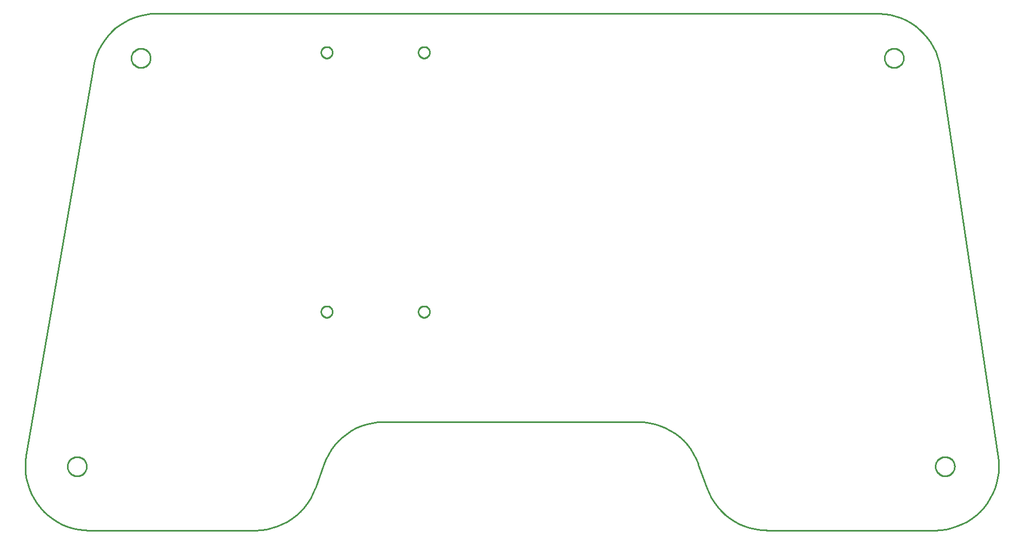
<source format=gbr>
G04 EAGLE Gerber RS-274X export*
G75*
%MOMM*%
%FSLAX34Y34*%
%LPD*%
%IN*%
%IPPOS*%
%AMOC8*
5,1,8,0,0,1.08239X$1,22.5*%
G01*
%ADD10C,0.254000*%


D10*
X20228Y117031D02*
X19118Y108378D01*
X18767Y99662D01*
X19177Y90947D01*
X20345Y82302D01*
X22262Y73791D01*
X24914Y65480D01*
X28279Y57432D01*
X32334Y49707D01*
X37046Y42365D01*
X42380Y35462D01*
X48296Y29050D01*
X54747Y23178D01*
X61687Y17891D01*
X69060Y13229D01*
X76812Y9227D01*
X84883Y5916D01*
X93212Y3320D01*
X101735Y1461D01*
X110388Y352D01*
X118767Y0D01*
X379249Y0D01*
X387964Y381D01*
X396613Y1519D01*
X405130Y3407D01*
X413451Y6031D01*
X421510Y9369D01*
X429248Y13397D01*
X436606Y18085D01*
X443527Y23396D01*
X449959Y29289D01*
X455853Y35721D01*
X461164Y42642D01*
X465851Y50000D01*
X469879Y57738D01*
X473218Y65798D01*
X473548Y66718D01*
X486452Y103282D01*
X489712Y111374D01*
X493664Y119151D01*
X498280Y126554D01*
X503523Y133527D01*
X509353Y140016D01*
X515727Y145973D01*
X522596Y151351D01*
X529908Y156110D01*
X537606Y160213D01*
X545633Y163631D01*
X553927Y166335D01*
X562425Y168306D01*
X571063Y169530D01*
X579774Y169995D01*
X580752Y170000D01*
X979249Y170000D01*
X987964Y169619D01*
X996613Y168481D01*
X1005130Y166593D01*
X1013451Y163969D01*
X1021510Y160631D01*
X1029249Y156603D01*
X1036606Y151915D01*
X1043527Y146604D01*
X1049959Y140711D01*
X1055853Y134279D01*
X1061164Y127358D01*
X1065851Y120000D01*
X1069879Y112262D01*
X1073218Y104202D01*
X1073548Y103282D01*
X1086452Y66718D01*
X1089712Y58626D01*
X1093664Y50849D01*
X1098280Y43446D01*
X1103523Y36473D01*
X1109353Y29984D01*
X1115727Y24027D01*
X1122596Y18649D01*
X1129908Y13890D01*
X1137606Y9787D01*
X1145633Y6369D01*
X1153927Y3665D01*
X1162425Y1694D01*
X1171063Y470D01*
X1179774Y5D01*
X1180752Y0D01*
X1444094Y0D01*
X1452809Y381D01*
X1461459Y1519D01*
X1469976Y3407D01*
X1478296Y6031D01*
X1486356Y9369D01*
X1494094Y13397D01*
X1501451Y18085D01*
X1508372Y23396D01*
X1514804Y29289D01*
X1520698Y35721D01*
X1526009Y42642D01*
X1530696Y50000D01*
X1534724Y57738D01*
X1538063Y65798D01*
X1540686Y74118D01*
X1542574Y82635D01*
X1543713Y91284D01*
X1544094Y100000D01*
X1543713Y108716D01*
X1543014Y114655D01*
X1452644Y724655D01*
X1450990Y733221D01*
X1448596Y741610D01*
X1445480Y749758D01*
X1441666Y757604D01*
X1437182Y765087D01*
X1432063Y772152D01*
X1426348Y778743D01*
X1420081Y784811D01*
X1413308Y790310D01*
X1406082Y795197D01*
X1398457Y799437D01*
X1390492Y802995D01*
X1382247Y805846D01*
X1373785Y807967D01*
X1365170Y809343D01*
X1356468Y809962D01*
X1353723Y810000D01*
X224199Y810000D01*
X215483Y809619D01*
X206834Y808481D01*
X198317Y806593D01*
X189997Y803969D01*
X181937Y800631D01*
X174199Y796603D01*
X166841Y791915D01*
X159920Y786604D01*
X153488Y780711D01*
X147594Y774279D01*
X142284Y767358D01*
X137596Y760000D01*
X133568Y752262D01*
X130229Y744202D01*
X127606Y735882D01*
X125718Y727365D01*
X125660Y727031D01*
X20228Y117031D01*
X215000Y739464D02*
X214924Y738396D01*
X214771Y737335D01*
X214543Y736288D01*
X214241Y735260D01*
X213867Y734256D01*
X213422Y733281D01*
X212908Y732341D01*
X212329Y731440D01*
X211687Y730582D01*
X210985Y729772D01*
X210228Y729015D01*
X209418Y728313D01*
X208560Y727671D01*
X207659Y727092D01*
X206719Y726578D01*
X205744Y726133D01*
X204740Y725759D01*
X203712Y725457D01*
X202665Y725229D01*
X201604Y725076D01*
X200536Y725000D01*
X199464Y725000D01*
X198396Y725076D01*
X197335Y725229D01*
X196288Y725457D01*
X195260Y725759D01*
X194256Y726133D01*
X193281Y726578D01*
X192341Y727092D01*
X191440Y727671D01*
X190582Y728313D01*
X189772Y729015D01*
X189015Y729772D01*
X188313Y730582D01*
X187671Y731440D01*
X187092Y732341D01*
X186578Y733281D01*
X186133Y734256D01*
X185759Y735260D01*
X185457Y736288D01*
X185229Y737335D01*
X185076Y738396D01*
X185000Y739464D01*
X185000Y740536D01*
X185076Y741604D01*
X185229Y742665D01*
X185457Y743712D01*
X185759Y744740D01*
X186133Y745744D01*
X186578Y746719D01*
X187092Y747659D01*
X187671Y748560D01*
X188313Y749418D01*
X189015Y750228D01*
X189772Y750985D01*
X190582Y751687D01*
X191440Y752329D01*
X192341Y752908D01*
X193281Y753422D01*
X194256Y753867D01*
X195260Y754241D01*
X196288Y754543D01*
X197335Y754771D01*
X198396Y754924D01*
X199464Y755000D01*
X200536Y755000D01*
X201604Y754924D01*
X202665Y754771D01*
X203712Y754543D01*
X204740Y754241D01*
X205744Y753867D01*
X206719Y753422D01*
X207659Y752908D01*
X208560Y752329D01*
X209418Y751687D01*
X210228Y750985D01*
X210985Y750228D01*
X211687Y749418D01*
X212329Y748560D01*
X212908Y747659D01*
X213422Y746719D01*
X213867Y745744D01*
X214241Y744740D01*
X214543Y743712D01*
X214771Y742665D01*
X214924Y741604D01*
X215000Y740536D01*
X215000Y739464D01*
X1395000Y739464D02*
X1394924Y738396D01*
X1394771Y737335D01*
X1394543Y736288D01*
X1394241Y735260D01*
X1393867Y734256D01*
X1393422Y733281D01*
X1392908Y732341D01*
X1392329Y731440D01*
X1391687Y730582D01*
X1390985Y729772D01*
X1390228Y729015D01*
X1389418Y728313D01*
X1388560Y727671D01*
X1387659Y727092D01*
X1386719Y726578D01*
X1385744Y726133D01*
X1384740Y725759D01*
X1383712Y725457D01*
X1382665Y725229D01*
X1381604Y725076D01*
X1380536Y725000D01*
X1379464Y725000D01*
X1378396Y725076D01*
X1377335Y725229D01*
X1376288Y725457D01*
X1375260Y725759D01*
X1374256Y726133D01*
X1373281Y726578D01*
X1372341Y727092D01*
X1371440Y727671D01*
X1370582Y728313D01*
X1369772Y729015D01*
X1369015Y729772D01*
X1368313Y730582D01*
X1367671Y731440D01*
X1367092Y732341D01*
X1366578Y733281D01*
X1366133Y734256D01*
X1365759Y735260D01*
X1365457Y736288D01*
X1365229Y737335D01*
X1365076Y738396D01*
X1365000Y739464D01*
X1365000Y740536D01*
X1365076Y741604D01*
X1365229Y742665D01*
X1365457Y743712D01*
X1365759Y744740D01*
X1366133Y745744D01*
X1366578Y746719D01*
X1367092Y747659D01*
X1367671Y748560D01*
X1368313Y749418D01*
X1369015Y750228D01*
X1369772Y750985D01*
X1370582Y751687D01*
X1371440Y752329D01*
X1372341Y752908D01*
X1373281Y753422D01*
X1374256Y753867D01*
X1375260Y754241D01*
X1376288Y754543D01*
X1377335Y754771D01*
X1378396Y754924D01*
X1379464Y755000D01*
X1380536Y755000D01*
X1381604Y754924D01*
X1382665Y754771D01*
X1383712Y754543D01*
X1384740Y754241D01*
X1385744Y753867D01*
X1386719Y753422D01*
X1387659Y752908D01*
X1388560Y752329D01*
X1389418Y751687D01*
X1390228Y750985D01*
X1390985Y750228D01*
X1391687Y749418D01*
X1392329Y748560D01*
X1392908Y747659D01*
X1393422Y746719D01*
X1393867Y745744D01*
X1394241Y744740D01*
X1394543Y743712D01*
X1394771Y742665D01*
X1394924Y741604D01*
X1395000Y740536D01*
X1395000Y739464D01*
X115000Y99464D02*
X114924Y98396D01*
X114771Y97335D01*
X114543Y96288D01*
X114241Y95260D01*
X113867Y94256D01*
X113422Y93281D01*
X112908Y92341D01*
X112329Y91440D01*
X111687Y90582D01*
X110985Y89772D01*
X110228Y89015D01*
X109418Y88313D01*
X108560Y87671D01*
X107659Y87092D01*
X106719Y86578D01*
X105744Y86133D01*
X104740Y85759D01*
X103712Y85457D01*
X102665Y85229D01*
X101604Y85076D01*
X100536Y85000D01*
X99464Y85000D01*
X98396Y85076D01*
X97335Y85229D01*
X96288Y85457D01*
X95260Y85759D01*
X94256Y86133D01*
X93281Y86578D01*
X92341Y87092D01*
X91440Y87671D01*
X90582Y88313D01*
X89772Y89015D01*
X89015Y89772D01*
X88313Y90582D01*
X87671Y91440D01*
X87092Y92341D01*
X86578Y93281D01*
X86133Y94256D01*
X85759Y95260D01*
X85457Y96288D01*
X85229Y97335D01*
X85076Y98396D01*
X85000Y99464D01*
X85000Y100536D01*
X85076Y101604D01*
X85229Y102665D01*
X85457Y103712D01*
X85759Y104740D01*
X86133Y105744D01*
X86578Y106719D01*
X87092Y107659D01*
X87671Y108560D01*
X88313Y109418D01*
X89015Y110228D01*
X89772Y110985D01*
X90582Y111687D01*
X91440Y112329D01*
X92341Y112908D01*
X93281Y113422D01*
X94256Y113867D01*
X95260Y114241D01*
X96288Y114543D01*
X97335Y114771D01*
X98396Y114924D01*
X99464Y115000D01*
X100536Y115000D01*
X101604Y114924D01*
X102665Y114771D01*
X103712Y114543D01*
X104740Y114241D01*
X105744Y113867D01*
X106719Y113422D01*
X107659Y112908D01*
X108560Y112329D01*
X109418Y111687D01*
X110228Y110985D01*
X110985Y110228D01*
X111687Y109418D01*
X112329Y108560D01*
X112908Y107659D01*
X113422Y106719D01*
X113867Y105744D01*
X114241Y104740D01*
X114543Y103712D01*
X114771Y102665D01*
X114924Y101604D01*
X115000Y100536D01*
X115000Y99464D01*
X1475000Y99464D02*
X1474924Y98396D01*
X1474771Y97335D01*
X1474543Y96288D01*
X1474241Y95260D01*
X1473867Y94256D01*
X1473422Y93281D01*
X1472908Y92341D01*
X1472329Y91440D01*
X1471687Y90582D01*
X1470985Y89772D01*
X1470228Y89015D01*
X1469418Y88313D01*
X1468560Y87671D01*
X1467659Y87092D01*
X1466719Y86578D01*
X1465744Y86133D01*
X1464740Y85759D01*
X1463712Y85457D01*
X1462665Y85229D01*
X1461604Y85076D01*
X1460536Y85000D01*
X1459464Y85000D01*
X1458396Y85076D01*
X1457335Y85229D01*
X1456288Y85457D01*
X1455260Y85759D01*
X1454256Y86133D01*
X1453281Y86578D01*
X1452341Y87092D01*
X1451440Y87671D01*
X1450582Y88313D01*
X1449772Y89015D01*
X1449015Y89772D01*
X1448313Y90582D01*
X1447671Y91440D01*
X1447092Y92341D01*
X1446578Y93281D01*
X1446133Y94256D01*
X1445759Y95260D01*
X1445457Y96288D01*
X1445229Y97335D01*
X1445076Y98396D01*
X1445000Y99464D01*
X1445000Y100536D01*
X1445076Y101604D01*
X1445229Y102665D01*
X1445457Y103712D01*
X1445759Y104740D01*
X1446133Y105744D01*
X1446578Y106719D01*
X1447092Y107659D01*
X1447671Y108560D01*
X1448313Y109418D01*
X1449015Y110228D01*
X1449772Y110985D01*
X1450582Y111687D01*
X1451440Y112329D01*
X1452341Y112908D01*
X1453281Y113422D01*
X1454256Y113867D01*
X1455260Y114241D01*
X1456288Y114543D01*
X1457335Y114771D01*
X1458396Y114924D01*
X1459464Y115000D01*
X1460536Y115000D01*
X1461604Y114924D01*
X1462665Y114771D01*
X1463712Y114543D01*
X1464740Y114241D01*
X1465744Y113867D01*
X1466719Y113422D01*
X1467659Y112908D01*
X1468560Y112329D01*
X1469418Y111687D01*
X1470228Y110985D01*
X1470985Y110228D01*
X1471687Y109418D01*
X1472329Y108560D01*
X1472908Y107659D01*
X1473422Y106719D01*
X1473867Y105744D01*
X1474241Y104740D01*
X1474543Y103712D01*
X1474771Y102665D01*
X1474924Y101604D01*
X1475000Y100536D01*
X1475000Y99464D01*
X490912Y739910D02*
X490139Y739978D01*
X489374Y740112D01*
X488624Y740313D01*
X487895Y740579D01*
X487191Y740907D01*
X486519Y741295D01*
X485883Y741740D01*
X485288Y742239D01*
X484739Y742788D01*
X484240Y743383D01*
X483795Y744019D01*
X483407Y744691D01*
X483079Y745395D01*
X482813Y746124D01*
X482612Y746874D01*
X482478Y747639D01*
X482410Y748412D01*
X482410Y749188D01*
X482478Y749961D01*
X482612Y750726D01*
X482813Y751476D01*
X483079Y752205D01*
X483407Y752909D01*
X483795Y753581D01*
X484240Y754217D01*
X484739Y754812D01*
X485288Y755361D01*
X485883Y755860D01*
X486519Y756305D01*
X487191Y756693D01*
X487895Y757021D01*
X488624Y757287D01*
X489374Y757488D01*
X490139Y757622D01*
X490912Y757690D01*
X491688Y757690D01*
X492461Y757622D01*
X493226Y757488D01*
X493976Y757287D01*
X494705Y757021D01*
X495409Y756693D01*
X496081Y756305D01*
X496717Y755860D01*
X497312Y755361D01*
X497861Y754812D01*
X498360Y754217D01*
X498805Y753581D01*
X499193Y752909D01*
X499521Y752205D01*
X499787Y751476D01*
X499988Y750726D01*
X500122Y749961D01*
X500190Y749188D01*
X500190Y748412D01*
X500122Y747639D01*
X499988Y746874D01*
X499787Y746124D01*
X499521Y745395D01*
X499193Y744691D01*
X498805Y744019D01*
X498360Y743383D01*
X497861Y742788D01*
X497312Y742239D01*
X496717Y741740D01*
X496081Y741295D01*
X495409Y740907D01*
X494705Y740579D01*
X493976Y740313D01*
X493226Y740112D01*
X492461Y739978D01*
X491688Y739910D01*
X490912Y739910D01*
X643312Y739910D02*
X642539Y739978D01*
X641774Y740112D01*
X641024Y740313D01*
X640295Y740579D01*
X639591Y740907D01*
X638919Y741295D01*
X638283Y741740D01*
X637688Y742239D01*
X637139Y742788D01*
X636640Y743383D01*
X636195Y744019D01*
X635807Y744691D01*
X635479Y745395D01*
X635213Y746124D01*
X635012Y746874D01*
X634878Y747639D01*
X634810Y748412D01*
X634810Y749188D01*
X634878Y749961D01*
X635012Y750726D01*
X635213Y751476D01*
X635479Y752205D01*
X635807Y752909D01*
X636195Y753581D01*
X636640Y754217D01*
X637139Y754812D01*
X637688Y755361D01*
X638283Y755860D01*
X638919Y756305D01*
X639591Y756693D01*
X640295Y757021D01*
X641024Y757287D01*
X641774Y757488D01*
X642539Y757622D01*
X643312Y757690D01*
X644088Y757690D01*
X644861Y757622D01*
X645626Y757488D01*
X646376Y757287D01*
X647105Y757021D01*
X647809Y756693D01*
X648481Y756305D01*
X649117Y755860D01*
X649712Y755361D01*
X650261Y754812D01*
X650760Y754217D01*
X651205Y753581D01*
X651593Y752909D01*
X651921Y752205D01*
X652187Y751476D01*
X652388Y750726D01*
X652522Y749961D01*
X652590Y749188D01*
X652590Y748412D01*
X652522Y747639D01*
X652388Y746874D01*
X652187Y746124D01*
X651921Y745395D01*
X651593Y744691D01*
X651205Y744019D01*
X650760Y743383D01*
X650261Y742788D01*
X649712Y742239D01*
X649117Y741740D01*
X648481Y741295D01*
X647809Y740907D01*
X647105Y740579D01*
X646376Y740313D01*
X645626Y740112D01*
X644861Y739978D01*
X644088Y739910D01*
X643312Y739910D01*
X643312Y333510D02*
X642539Y333578D01*
X641774Y333712D01*
X641024Y333913D01*
X640295Y334179D01*
X639591Y334507D01*
X638919Y334895D01*
X638283Y335340D01*
X637688Y335839D01*
X637139Y336388D01*
X636640Y336983D01*
X636195Y337619D01*
X635807Y338291D01*
X635479Y338995D01*
X635213Y339724D01*
X635012Y340474D01*
X634878Y341239D01*
X634810Y342012D01*
X634810Y342788D01*
X634878Y343561D01*
X635012Y344326D01*
X635213Y345076D01*
X635479Y345805D01*
X635807Y346509D01*
X636195Y347181D01*
X636640Y347817D01*
X637139Y348412D01*
X637688Y348961D01*
X638283Y349460D01*
X638919Y349905D01*
X639591Y350293D01*
X640295Y350621D01*
X641024Y350887D01*
X641774Y351088D01*
X642539Y351222D01*
X643312Y351290D01*
X644088Y351290D01*
X644861Y351222D01*
X645626Y351088D01*
X646376Y350887D01*
X647105Y350621D01*
X647809Y350293D01*
X648481Y349905D01*
X649117Y349460D01*
X649712Y348961D01*
X650261Y348412D01*
X650760Y347817D01*
X651205Y347181D01*
X651593Y346509D01*
X651921Y345805D01*
X652187Y345076D01*
X652388Y344326D01*
X652522Y343561D01*
X652590Y342788D01*
X652590Y342012D01*
X652522Y341239D01*
X652388Y340474D01*
X652187Y339724D01*
X651921Y338995D01*
X651593Y338291D01*
X651205Y337619D01*
X650760Y336983D01*
X650261Y336388D01*
X649712Y335839D01*
X649117Y335340D01*
X648481Y334895D01*
X647809Y334507D01*
X647105Y334179D01*
X646376Y333913D01*
X645626Y333712D01*
X644861Y333578D01*
X644088Y333510D01*
X643312Y333510D01*
X490912Y333510D02*
X490139Y333578D01*
X489374Y333712D01*
X488624Y333913D01*
X487895Y334179D01*
X487191Y334507D01*
X486519Y334895D01*
X485883Y335340D01*
X485288Y335839D01*
X484739Y336388D01*
X484240Y336983D01*
X483795Y337619D01*
X483407Y338291D01*
X483079Y338995D01*
X482813Y339724D01*
X482612Y340474D01*
X482478Y341239D01*
X482410Y342012D01*
X482410Y342788D01*
X482478Y343561D01*
X482612Y344326D01*
X482813Y345076D01*
X483079Y345805D01*
X483407Y346509D01*
X483795Y347181D01*
X484240Y347817D01*
X484739Y348412D01*
X485288Y348961D01*
X485883Y349460D01*
X486519Y349905D01*
X487191Y350293D01*
X487895Y350621D01*
X488624Y350887D01*
X489374Y351088D01*
X490139Y351222D01*
X490912Y351290D01*
X491688Y351290D01*
X492461Y351222D01*
X493226Y351088D01*
X493976Y350887D01*
X494705Y350621D01*
X495409Y350293D01*
X496081Y349905D01*
X496717Y349460D01*
X497312Y348961D01*
X497861Y348412D01*
X498360Y347817D01*
X498805Y347181D01*
X499193Y346509D01*
X499521Y345805D01*
X499787Y345076D01*
X499988Y344326D01*
X500122Y343561D01*
X500190Y342788D01*
X500190Y342012D01*
X500122Y341239D01*
X499988Y340474D01*
X499787Y339724D01*
X499521Y338995D01*
X499193Y338291D01*
X498805Y337619D01*
X498360Y336983D01*
X497861Y336388D01*
X497312Y335839D01*
X496717Y335340D01*
X496081Y334895D01*
X495409Y334507D01*
X494705Y334179D01*
X493976Y333913D01*
X493226Y333712D01*
X492461Y333578D01*
X491688Y333510D01*
X490912Y333510D01*
M02*

</source>
